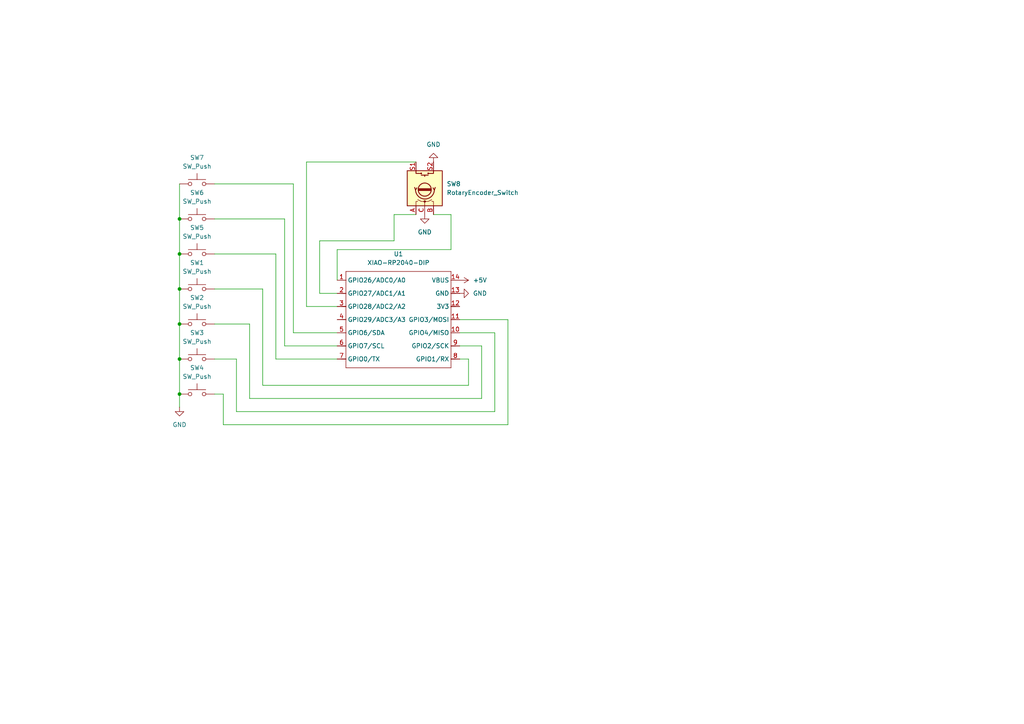
<source format=kicad_sch>
(kicad_sch (version 20250114) (generator "eeschema") (generator_version "9.0")
  (paper "A4")
  (lib_symbols
    (symbol "Device:RotaryEncoder_Switch" (pin_names (offset 0.254) (hide yes))
      (property "Reference" "SW" (at 0 6.604 0))
      (property "Value" "RotaryEncoder_Switch" (at 0 -6.604 0))
      (symbol "RotaryEncoder_Switch_0_1"
        (rectangle (start -5.08 5.08) (end 5.08 -5.08) (stroke (width 0.254)) (fill (type background)))
        (polyline (pts (xy -5.08 2.54) (xy -3.81 2.54) (xy -3.81 2.032)))
        (polyline (pts (xy -5.08 0) (xy -3.81 0) (xy -3.81 -1.016) (xy -3.302 -2.032)))
        (polyline (pts (xy -5.08 -2.54) (xy -3.81 -2.54) (xy -3.81 -2.032)))
        (polyline (pts (xy -4.318 0) (xy -3.81 0) (xy -3.81 1.016) (xy -3.302 2.032)))
        (circle (center -3.81 0) (radius 0.254) (fill (type outline)))
        (polyline (pts (xy -0.635 -1.778) (xy -0.635 1.778)) (stroke (width 0.254)))
        (circle (center -0.381 0) (radius 1.905) (stroke (width 0.254)))
        (polyline (pts (xy -0.381 -1.778) (xy -0.381 1.778)) (stroke (width 0.254)))
        (arc (start -0.381 -2.794) (mid -3.0988 -0.0635) (end -0.381 2.667) (stroke (width 0.254)))
        (polyline (pts (xy -0.127 1.778) (xy -0.127 -1.778)) (stroke (width 0.254)))
        (polyline (pts (xy 0.254 2.921) (xy -0.508 2.667) (xy 0.127 2.286)) (stroke (width 0.254)))
        (polyline (pts (xy 0.254 -3.048) (xy -0.508 -2.794) (xy 0.127 -2.413)) (stroke (width 0.254)))
        (polyline (pts (xy 3.81 1.016) (xy 3.81 -1.016)) (stroke (width 0.254)))
        (polyline (pts (xy 3.81 0) (xy 3.429 0)) (stroke (width 0.254)))
        (circle (center 4.318 1.016) (radius 0.127) (stroke (width 0.254)))
        (circle (center 4.318 -1.016) (radius 0.127) (stroke (width 0.254)))
        (polyline (pts (xy 5.08 2.54) (xy 4.318 2.54) (xy 4.318 1.016)) (stroke (width 0.254)))
        (polyline (pts (xy 5.08 -2.54) (xy 4.318 -2.54) (xy 4.318 -1.016)) (stroke (width 0.254)))
      )
      (symbol "RotaryEncoder_Switch_1_1"
        (pin passive line (at -7.62 2.54 0) (length 2.54) (name "A") (number "A"))
        (pin passive line (at -7.62 0 0) (length 2.54) (name "C") (number "C"))
        (pin passive line (at -7.62 -2.54 0) (length 2.54) (name "B") (number "B"))
        (pin passive line (at 7.62 2.54 180) (length 2.54) (name "S1") (number "S1"))
        (pin passive line (at 7.62 -2.54 180) (length 2.54) (name "S2") (number "S2"))
      )
    )
    (symbol "Switch:SW_Push" (pin_numbers (hide yes)) (pin_names (offset 1.016) (hide yes))
      (property "Reference" "SW" (at 1.27 2.54 0))
      (property "Value" "SW_Push" (at 0 -1.524 0))
      (symbol "SW_Push_0_1"
        (circle (center -2.032 0) (radius 0.508))
        (polyline (pts (xy 0 1.27) (xy 0 3.048)))
        (circle (center 2.032 0) (radius 0.508))
        (polyline (pts (xy 2.54 1.27) (xy -2.54 1.27)))
        (pin passive line (at -5.08 0 0) (length 2.54) (name "1") (number "1"))
        (pin passive line (at 5.08 0 180) (length 2.54) (name "2") (number "2"))
      )
    )
    (symbol "XIAO:XIAO-RP2040-DIP"
      (property "Reference" "U" (at 0 0 0))
      (property "Value" "XIAO-RP2040-DIP" (at 5.334 -1.778 0))
      (symbol "XIAO-RP2040-DIP_1_0"
        (polyline (pts (xy -1.27 -2.54) (xy 29.21 -2.54)) (stroke (width 0.1524)))
        (polyline (pts (xy -1.27 -5.08) (xy -2.54 -5.08)) (stroke (width 0.1524)))
        (polyline (pts (xy -1.27 -5.08) (xy -1.27 -2.54)) (stroke (width 0.1524)))
        (polyline (pts (xy -1.27 -8.89) (xy -2.54 -8.89)) (stroke (width 0.1524)))
        (polyline (pts (xy -1.27 -8.89) (xy -1.27 -5.08)) (stroke (width 0.1524)))
        (polyline (pts (xy -1.27 -12.7) (xy -2.54 -12.7)) (stroke (width 0.1524)))
        (polyline (pts (xy -1.27 -12.7) (xy -1.27 -8.89)) (stroke (width 0.1524)))
        (polyline (pts (xy -1.27 -16.51) (xy -2.54 -16.51)) (stroke (width 0.1524)))
        (polyline (pts (xy -1.27 -16.51) (xy -1.27 -12.7)) (stroke (width 0.1524)))
        (polyline (pts (xy -1.27 -20.32) (xy -2.54 -20.32)) (stroke (width 0.1524)))
        (polyline (pts (xy -1.27 -24.13) (xy -2.54 -24.13)) (stroke (width 0.1524)))
        (polyline (pts (xy -1.27 -27.94) (xy -2.54 -27.94)) (stroke (width 0.1524)))
        (polyline (pts (xy -1.27 -30.48) (xy -1.27 -16.51)) (stroke (width 0.1524)))
        (polyline (pts (xy 29.21 -2.54) (xy 29.21 -5.08)) (stroke (width 0.1524)))
        (polyline (pts (xy 29.21 -5.08) (xy 29.21 -8.89)) (stroke (width 0.1524)))
        (polyline (pts (xy 29.21 -8.89) (xy 29.21 -12.7)) (stroke (width 0.1524)))
        (polyline (pts (xy 29.21 -12.7) (xy 29.21 -30.48)) (stroke (width 0.1524)))
        (polyline (pts (xy 29.21 -30.48) (xy -1.27 -30.48)) (stroke (width 0.1524)))
        (polyline (pts (xy 30.48 -5.08) (xy 29.21 -5.08)) (stroke (width 0.1524)))
        (polyline (pts (xy 30.48 -8.89) (xy 29.21 -8.89)) (stroke (width 0.1524)))
        (polyline (pts (xy 30.48 -12.7) (xy 29.21 -12.7)) (stroke (width 0.1524)))
        (polyline (pts (xy 30.48 -16.51) (xy 29.21 -16.51)) (stroke (width 0.1524)))
        (polyline (pts (xy 30.48 -20.32) (xy 29.21 -20.32)) (stroke (width 0.1524)))
        (polyline (pts (xy 30.48 -24.13) (xy 29.21 -24.13)) (stroke (width 0.1524)))
        (polyline (pts (xy 30.48 -27.94) (xy 29.21 -27.94)) (stroke (width 0.1524)))
        (pin passive line (at -3.81 -5.08 0) (length 2.54) (name "GPIO26/ADC0/A0") (number "1"))
        (pin passive line (at -3.81 -8.89 0) (length 2.54) (name "GPIO27/ADC1/A1") (number "2"))
        (pin passive line (at -3.81 -12.7 0) (length 2.54) (name "GPIO28/ADC2/A2") (number "3"))
        (pin passive line (at -3.81 -16.51 0) (length 2.54) (name "GPIO29/ADC3/A3") (number "4"))
        (pin passive line (at -3.81 -20.32 0) (length 2.54) (name "GPIO6/SDA") (number "5"))
        (pin passive line (at -3.81 -24.13 0) (length 2.54) (name "GPIO7/SCL") (number "6"))
        (pin passive line (at -3.81 -27.94 0) (length 2.54) (name "GPIO0/TX") (number "7"))
        (pin passive line (at 31.75 -5.08 180) (length 2.54) (name "VBUS") (number "14"))
        (pin passive line (at 31.75 -8.89 180) (length 2.54) (name "GND") (number "13"))
        (pin passive line (at 31.75 -12.7 180) (length 2.54) (name "3V3") (number "12"))
        (pin passive line (at 31.75 -16.51 180) (length 2.54) (name "GPIO3/MOSI") (number "11"))
        (pin passive line (at 31.75 -20.32 180) (length 2.54) (name "GPIO4/MISO") (number "10"))
        (pin passive line (at 31.75 -24.13 180) (length 2.54) (name "GPIO2/SCK") (number "9"))
        (pin passive line (at 31.75 -27.94 180) (length 2.54) (name "GPIO1/RX") (number "8"))
      )
    )
    (symbol "power:+5V" (power) (pin_numbers (hide yes)) (pin_names (offset 0) (hide yes))
      (property "Value" "+5V" (at 0 3.556 0))
      (symbol "+5V_0_1"
        (polyline (pts (xy -0.762 1.27) (xy 0 2.54)))
        (polyline (pts (xy 0 2.54) (xy 0.762 1.27)))
        (polyline (pts (xy 0 0) (xy 0 2.54)))
      )
      (symbol "+5V_1_1"
        (pin power_in line (at 0 0 90) (length 0) (name "~") (number "1"))
      )
    )
    (symbol "power:GND" (power) (pin_numbers (hide yes)) (pin_names (offset 0) (hide yes))
      (property "Value" "GND" (at 0 -3.81 0))
      (symbol "GND_0_1"
        (polyline (pts (xy 0 0) (xy 0 -1.27) (xy 1.27 -1.27) (xy 0 -2.54) (xy -1.27 -1.27) (xy 0 -1.27)))
      )
      (symbol "GND_1_1"
        (pin power_in line (at 0 0 270) (length 0) (name "~") (number "1"))
      )
    )
  )
  (junction (at 52.07 104.14))
  (junction (at 52.07 83.82))
  (junction (at 52.07 73.66))
  (junction (at 52.07 63.5))
  (junction (at 52.07 114.3))
  (junction (at 52.07 93.98))
  (wire (pts (xy 114.3 69.85) (xy 114.3 62.23)))
  (wire (pts (xy 52.07 53.34) (xy 52.07 63.5)))
  (wire (pts (xy 130.81 62.23) (xy 125.73 62.23)))
  (wire (pts (xy 88.9 46.99) (xy 88.9 88.9)))
  (wire (pts (xy 88.9 88.9) (xy 97.79 88.9)))
  (wire (pts (xy 76.2 111.76) (xy 135.89 111.76)))
  (wire (pts (xy 68.58 104.14) (xy 68.58 119.38)))
  (wire (pts (xy 62.23 83.82) (xy 76.2 83.82)))
  (wire (pts (xy 52.07 114.3) (xy 52.07 118.11)))
  (wire (pts (xy 82.55 63.5) (xy 82.55 100.33)))
  (wire (pts (xy 64.77 114.3) (xy 64.77 123.19)))
  (wire (pts (xy 72.39 115.57) (xy 139.7 115.57)))
  (wire (pts (xy 52.07 93.98) (xy 52.07 104.14)))
  (wire (pts (xy 147.32 123.19) (xy 147.32 92.71)))
  (wire (pts (xy 76.2 83.82) (xy 76.2 111.76)))
  (wire (pts (xy 62.23 53.34) (xy 85.09 53.34)))
  (wire (pts (xy 97.79 81.28) (xy 97.79 72.39)))
  (wire (pts (xy 139.7 100.33) (xy 133.35 100.33)))
  (wire (pts (xy 62.23 114.3) (xy 64.77 114.3)))
  (wire (pts (xy 62.23 104.14) (xy 68.58 104.14)))
  (wire (pts (xy 85.09 96.52) (xy 97.79 96.52)))
  (wire (pts (xy 62.23 93.98) (xy 72.39 93.98)))
  (wire (pts (xy 52.07 63.5) (xy 52.07 73.66)))
  (wire (pts (xy 139.7 115.57) (xy 139.7 100.33)))
  (wire (pts (xy 135.89 104.14) (xy 133.35 104.14)))
  (wire (pts (xy 80.01 104.14) (xy 97.79 104.14)))
  (wire (pts (xy 80.01 73.66) (xy 80.01 104.14)))
  (wire (pts (xy 97.79 72.39) (xy 130.81 72.39)))
  (wire (pts (xy 92.71 85.09) (xy 92.71 69.85)))
  (wire (pts (xy 72.39 93.98) (xy 72.39 115.57)))
  (wire (pts (xy 68.58 119.38) (xy 143.51 119.38)))
  (wire (pts (xy 62.23 63.5) (xy 82.55 63.5)))
  (wire (pts (xy 120.65 46.99) (xy 88.9 46.99)))
  (wire (pts (xy 143.51 96.52) (xy 133.35 96.52)))
  (wire (pts (xy 64.77 123.19) (xy 147.32 123.19)))
  (wire (pts (xy 85.09 53.34) (xy 85.09 96.52)))
  (wire (pts (xy 92.71 69.85) (xy 114.3 69.85)))
  (wire (pts (xy 114.3 62.23) (xy 120.65 62.23)))
  (wire (pts (xy 143.51 119.38) (xy 143.51 96.52)))
  (wire (pts (xy 52.07 83.82) (xy 52.07 93.98)))
  (wire (pts (xy 97.79 85.09) (xy 92.71 85.09)))
  (wire (pts (xy 62.23 73.66) (xy 80.01 73.66)))
  (wire (pts (xy 147.32 92.71) (xy 133.35 92.71)))
  (wire (pts (xy 130.81 72.39) (xy 130.81 62.23)))
  (wire (pts (xy 135.89 111.76) (xy 135.89 104.14)))
  (wire (pts (xy 52.07 73.66) (xy 52.07 83.82)))
  (wire (pts (xy 82.55 100.33) (xy 97.79 100.33)))
  (wire (pts (xy 52.07 104.14) (xy 52.07 114.3)))
  (symbol (lib_id "Switch:SW_Push") (at 57.15 93.98 0) (unit 1)
    (property "Reference" "SW2" (at 57.15 86.36 0))
    (property "Value" "SW_Push" (at 57.15 88.9 0))
    (property "Footprint" "Button_Switch_Keyboard:SW_Cherry_MX_1.00u_PCB" (effects (hide yes)))
    (property "Description" "Push button switch, generic, two pins" (effects (hide yes)))
  )
  (symbol (lib_id "power:GND") (at 125.73 46.99 180) (unit 1)
    (property "Reference" "#PWR05" (effects (hide yes)))
    (property "Value" "GND" (at 125.73 41.91 0))
    (property "Description" "Power symbol creates a global label with name \"GND\" , ground" (effects (hide yes)))
  )
  (symbol (lib_id "Switch:SW_Push") (at 57.15 83.82 0) (unit 1)
    (property "Reference" "SW1" (at 57.15 76.2 0))
    (property "Value" "SW_Push" (at 57.15 78.74 0))
    (property "Footprint" "Button_Switch_Keyboard:SW_Cherry_MX_1.00u_PCB" (effects (hide yes)))
    (property "Description" "Push button switch, generic, two pins" (effects (hide yes)))
  )
  (symbol (lib_id "power:GND") (at 123.19 62.23 0) (unit 1)
    (property "Reference" "#PWR04" (effects (hide yes)))
    (property "Value" "GND" (at 123.19 67.31 0))
    (property "Description" "Power symbol creates a global label with name \"GND\" , ground" (effects (hide yes)))
  )
  (symbol (lib_id "Switch:SW_Push") (at 57.15 104.14 0) (unit 1)
    (property "Reference" "SW3" (at 57.15 96.52 0))
    (property "Value" "SW_Push" (at 57.15 99.06 0))
    (property "Footprint" "Button_Switch_Keyboard:SW_Cherry_MX_1.00u_PCB" (effects (hide yes)))
    (property "Description" "Push button switch, generic, two pins" (effects (hide yes)))
  )
  (symbol (lib_id "power:GND") (at 52.07 118.11 0) (unit 1)
    (property "Reference" "#PWR01" (effects (hide yes)))
    (property "Value" "GND" (at 52.07 123.19 0))
    (property "Description" "Power symbol creates a global label with name \"GND\" , ground" (effects (hide yes)))
  )
  (symbol (lib_id "power:+5V") (at 133.35 81.28 270) (unit 1)
    (property "Reference" "#PWR03" (effects (hide yes)))
    (property "Value" "+5V" (at 137.16 81.2799 90) (effects (justify left)))
    (property "Description" "Power symbol creates a global label with name \"+5V\"" (effects (hide yes)))
  )
  (symbol (lib_id "Switch:SW_Push") (at 57.15 114.3 0) (unit 1)
    (property "Reference" "SW4" (at 57.15 106.68 0))
    (property "Value" "SW_Push" (at 57.15 109.22 0))
    (property "Footprint" "Button_Switch_Keyboard:SW_Cherry_MX_1.00u_PCB" (effects (hide yes)))
    (property "Description" "Push button switch, generic, two pins" (effects (hide yes)))
  )
  (symbol (lib_id "Switch:SW_Push") (at 57.15 63.5 0) (unit 1)
    (property "Reference" "SW6" (at 57.15 55.88 0))
    (property "Value" "SW_Push" (at 57.15 58.42 0))
    (property "Footprint" "Button_Switch_Keyboard:SW_Cherry_MX_1.00u_PCB" (effects (hide yes)))
    (property "Description" "Push button switch, generic, two pins" (effects (hide yes)))
  )
  (symbol (lib_id "Switch:SW_Push") (at 57.15 73.66 0) (unit 1)
    (property "Reference" "SW5" (at 57.15 66.04 0))
    (property "Value" "SW_Push" (at 57.15 68.58 0))
    (property "Footprint" "Button_Switch_Keyboard:SW_Cherry_MX_1.00u_PCB" (effects (hide yes)))
    (property "Description" "Push button switch, generic, two pins" (effects (hide yes)))
  )
  (symbol (lib_id "XIAO:XIAO-RP2040-DIP") (at 101.6 76.2 0) (unit 1)
    (property "Reference" "U1" (at 115.57 73.66 0))
    (property "Value" "XIAO-RP2040-DIP" (at 115.57 76.2 0))
    (property "Footprint" "XIAO:XIAO-RP2040-DIP" (effects (hide yes)))
  )
  (symbol (lib_id "Switch:SW_Push") (at 57.15 53.34 0) (unit 1)
    (property "Reference" "SW7" (at 57.15 45.72 0))
    (property "Value" "SW_Push" (at 57.15 48.26 0))
    (property "Footprint" "Button_Switch_Keyboard:SW_Cherry_MX_1.00u_PCB" (effects (hide yes)))
    (property "Description" "Push button switch, generic, two pins" (effects (hide yes)))
  )
  (symbol (lib_id "Device:RotaryEncoder_Switch") (at 123.19 54.61 90) (unit 1)
    (property "Reference" "SW8" (at 129.54 53.3399 90) (effects (justify right)))
    (property "Value" "RotaryEncoder_Switch" (at 129.54 55.8799 90) (effects (justify right)))
    (property "Footprint" "Rotary_Encoder:RotaryEncoder_Alps_EC11E-Switch_Vertical_H20mm" (effects (hide yes)))
    (property "Description" "Rotary encoder, dual channel, incremental quadrate outputs, with switch" (effects (hide yes)))
  )
  (symbol (lib_id "power:GND") (at 133.35 85.09 90) (unit 1)
    (property "Reference" "#PWR02" (effects (hide yes)))
    (property "Value" "GND" (at 137.16 85.0899 90) (effects (justify right)))
    (property "Description" "Power symbol creates a global label with name \"GND\" , ground" (effects (hide yes)))
  )
)
</source>
